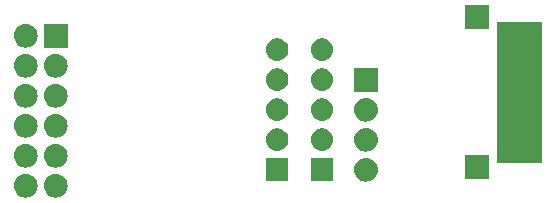
<source format=gbs>
G04 #@! TF.GenerationSoftware,KiCad,Pcbnew,(5.1.4)-1*
G04 #@! TF.CreationDate,2020-03-17T17:23:08+00:00*
G04 #@! TF.ProjectId,buffer,62756666-6572-42e6-9b69-6361645f7063,rev?*
G04 #@! TF.SameCoordinates,Original*
G04 #@! TF.FileFunction,Soldermask,Bot*
G04 #@! TF.FilePolarity,Negative*
%FSLAX46Y46*%
G04 Gerber Fmt 4.6, Leading zero omitted, Abs format (unit mm)*
G04 Created by KiCad (PCBNEW (5.1.4)-1) date 2020-03-17 17:23:08*
%MOMM*%
%LPD*%
G04 APERTURE LIST*
%ADD10C,0.100000*%
G04 APERTURE END LIST*
D10*
G36*
X40549836Y-46090830D02*
G01*
X40738332Y-46148009D01*
X40912058Y-46240868D01*
X41064328Y-46365832D01*
X41189292Y-46518102D01*
X41282151Y-46691828D01*
X41339330Y-46880324D01*
X41358638Y-47076360D01*
X41339330Y-47272396D01*
X41282151Y-47460892D01*
X41189292Y-47634618D01*
X41064328Y-47786888D01*
X40912058Y-47911852D01*
X40738332Y-48004711D01*
X40549836Y-48061890D01*
X40402920Y-48076360D01*
X40304680Y-48076360D01*
X40157764Y-48061890D01*
X39969268Y-48004711D01*
X39795542Y-47911852D01*
X39643272Y-47786888D01*
X39518308Y-47634618D01*
X39425449Y-47460892D01*
X39368270Y-47272396D01*
X39348962Y-47076360D01*
X39368270Y-46880324D01*
X39425449Y-46691828D01*
X39518308Y-46518102D01*
X39643272Y-46365832D01*
X39795542Y-46240868D01*
X39969268Y-46148009D01*
X40157764Y-46090830D01*
X40304680Y-46076360D01*
X40402920Y-46076360D01*
X40549836Y-46090830D01*
X40549836Y-46090830D01*
G37*
G36*
X38009836Y-46090830D02*
G01*
X38198332Y-46148009D01*
X38372058Y-46240868D01*
X38524328Y-46365832D01*
X38649292Y-46518102D01*
X38742151Y-46691828D01*
X38799330Y-46880324D01*
X38818638Y-47076360D01*
X38799330Y-47272396D01*
X38742151Y-47460892D01*
X38649292Y-47634618D01*
X38524328Y-47786888D01*
X38372058Y-47911852D01*
X38198332Y-48004711D01*
X38009836Y-48061890D01*
X37862920Y-48076360D01*
X37764680Y-48076360D01*
X37617764Y-48061890D01*
X37429268Y-48004711D01*
X37255542Y-47911852D01*
X37103272Y-47786888D01*
X36978308Y-47634618D01*
X36885449Y-47460892D01*
X36828270Y-47272396D01*
X36808962Y-47076360D01*
X36828270Y-46880324D01*
X36885449Y-46691828D01*
X36978308Y-46518102D01*
X37103272Y-46365832D01*
X37255542Y-46240868D01*
X37429268Y-46148009D01*
X37617764Y-46090830D01*
X37764680Y-46076360D01*
X37862920Y-46076360D01*
X38009836Y-46090830D01*
X38009836Y-46090830D01*
G37*
G36*
X66813436Y-44744630D02*
G01*
X67001932Y-44801809D01*
X67175658Y-44894668D01*
X67327928Y-45019632D01*
X67452892Y-45171902D01*
X67545751Y-45345628D01*
X67602930Y-45534124D01*
X67622238Y-45730160D01*
X67602930Y-45926196D01*
X67545751Y-46114692D01*
X67452892Y-46288418D01*
X67327928Y-46440688D01*
X67175658Y-46565652D01*
X67001932Y-46658511D01*
X66813436Y-46715690D01*
X66666520Y-46730160D01*
X66568280Y-46730160D01*
X66421364Y-46715690D01*
X66232868Y-46658511D01*
X66059142Y-46565652D01*
X65906872Y-46440688D01*
X65781908Y-46288418D01*
X65689049Y-46114692D01*
X65631870Y-45926196D01*
X65612562Y-45730160D01*
X65631870Y-45534124D01*
X65689049Y-45345628D01*
X65781908Y-45171902D01*
X65906872Y-45019632D01*
X66059142Y-44894668D01*
X66232868Y-44801809D01*
X66421364Y-44744630D01*
X66568280Y-44730160D01*
X66666520Y-44730160D01*
X66813436Y-44744630D01*
X66813436Y-44744630D01*
G37*
G36*
X63852000Y-46650960D02*
G01*
X61952000Y-46650960D01*
X61952000Y-44750960D01*
X63852000Y-44750960D01*
X63852000Y-46650960D01*
X63852000Y-46650960D01*
G37*
G36*
X60052000Y-46650960D02*
G01*
X58152000Y-46650960D01*
X58152000Y-44750960D01*
X60052000Y-44750960D01*
X60052000Y-46650960D01*
X60052000Y-46650960D01*
G37*
G36*
X77033180Y-46504100D02*
G01*
X75033180Y-46504100D01*
X75033180Y-44504100D01*
X77033180Y-44504100D01*
X77033180Y-46504100D01*
X77033180Y-46504100D01*
G37*
G36*
X38009836Y-43550830D02*
G01*
X38198332Y-43608009D01*
X38372058Y-43700868D01*
X38524328Y-43825832D01*
X38649292Y-43978102D01*
X38742151Y-44151828D01*
X38799330Y-44340324D01*
X38818638Y-44536360D01*
X38799330Y-44732396D01*
X38742151Y-44920892D01*
X38649292Y-45094618D01*
X38524328Y-45246888D01*
X38372058Y-45371852D01*
X38198332Y-45464711D01*
X38009836Y-45521890D01*
X37862920Y-45536360D01*
X37764680Y-45536360D01*
X37617764Y-45521890D01*
X37429268Y-45464711D01*
X37255542Y-45371852D01*
X37103272Y-45246888D01*
X36978308Y-45094618D01*
X36885449Y-44920892D01*
X36828270Y-44732396D01*
X36808962Y-44536360D01*
X36828270Y-44340324D01*
X36885449Y-44151828D01*
X36978308Y-43978102D01*
X37103272Y-43825832D01*
X37255542Y-43700868D01*
X37429268Y-43608009D01*
X37617764Y-43550830D01*
X37764680Y-43536360D01*
X37862920Y-43536360D01*
X38009836Y-43550830D01*
X38009836Y-43550830D01*
G37*
G36*
X40549836Y-43550830D02*
G01*
X40738332Y-43608009D01*
X40912058Y-43700868D01*
X41064328Y-43825832D01*
X41189292Y-43978102D01*
X41282151Y-44151828D01*
X41339330Y-44340324D01*
X41358638Y-44536360D01*
X41339330Y-44732396D01*
X41282151Y-44920892D01*
X41189292Y-45094618D01*
X41064328Y-45246888D01*
X40912058Y-45371852D01*
X40738332Y-45464711D01*
X40549836Y-45521890D01*
X40402920Y-45536360D01*
X40304680Y-45536360D01*
X40157764Y-45521890D01*
X39969268Y-45464711D01*
X39795542Y-45371852D01*
X39643272Y-45246888D01*
X39518308Y-45094618D01*
X39425449Y-44920892D01*
X39368270Y-44732396D01*
X39348962Y-44536360D01*
X39368270Y-44340324D01*
X39425449Y-44151828D01*
X39518308Y-43978102D01*
X39643272Y-43825832D01*
X39795542Y-43700868D01*
X39969268Y-43608009D01*
X40157764Y-43550830D01*
X40304680Y-43536360D01*
X40402920Y-43536360D01*
X40549836Y-43550830D01*
X40549836Y-43550830D01*
G37*
G36*
X81502000Y-45180960D02*
G01*
X77702000Y-45180960D01*
X77702000Y-33220960D01*
X81502000Y-33220960D01*
X81502000Y-45180960D01*
X81502000Y-45180960D01*
G37*
G36*
X66813436Y-42204630D02*
G01*
X67001932Y-42261809D01*
X67175658Y-42354668D01*
X67327928Y-42479632D01*
X67452892Y-42631902D01*
X67545751Y-42805628D01*
X67602930Y-42994124D01*
X67622238Y-43190160D01*
X67602930Y-43386196D01*
X67545751Y-43574692D01*
X67452892Y-43748418D01*
X67327928Y-43900688D01*
X67175658Y-44025652D01*
X67001932Y-44118511D01*
X66813436Y-44175690D01*
X66666520Y-44190160D01*
X66568280Y-44190160D01*
X66421364Y-44175690D01*
X66232868Y-44118511D01*
X66059142Y-44025652D01*
X65906872Y-43900688D01*
X65781908Y-43748418D01*
X65689049Y-43574692D01*
X65631870Y-43386196D01*
X65612562Y-43190160D01*
X65631870Y-42994124D01*
X65689049Y-42805628D01*
X65781908Y-42631902D01*
X65906872Y-42479632D01*
X66059142Y-42354668D01*
X66232868Y-42261809D01*
X66421364Y-42204630D01*
X66568280Y-42190160D01*
X66666520Y-42190160D01*
X66813436Y-42204630D01*
X66813436Y-42204630D01*
G37*
G36*
X63088233Y-42224706D02*
G01*
X63177770Y-42251867D01*
X63267308Y-42279028D01*
X63432345Y-42367242D01*
X63577001Y-42485959D01*
X63695718Y-42630615D01*
X63783932Y-42795652D01*
X63838254Y-42974728D01*
X63856596Y-43160960D01*
X63838254Y-43347192D01*
X63783932Y-43526268D01*
X63695718Y-43691305D01*
X63577001Y-43835961D01*
X63432345Y-43954678D01*
X63267308Y-44042892D01*
X63177770Y-44070053D01*
X63088233Y-44097214D01*
X62948665Y-44110960D01*
X62855335Y-44110960D01*
X62715767Y-44097214D01*
X62626230Y-44070053D01*
X62536692Y-44042892D01*
X62371655Y-43954678D01*
X62226999Y-43835961D01*
X62108282Y-43691305D01*
X62020068Y-43526268D01*
X61965746Y-43347192D01*
X61947404Y-43160960D01*
X61965746Y-42974728D01*
X62020068Y-42795652D01*
X62108282Y-42630615D01*
X62226999Y-42485959D01*
X62371655Y-42367242D01*
X62536692Y-42279028D01*
X62626230Y-42251867D01*
X62715767Y-42224706D01*
X62855335Y-42210960D01*
X62948665Y-42210960D01*
X63088233Y-42224706D01*
X63088233Y-42224706D01*
G37*
G36*
X59288233Y-42224706D02*
G01*
X59377770Y-42251867D01*
X59467308Y-42279028D01*
X59632345Y-42367242D01*
X59777001Y-42485959D01*
X59895718Y-42630615D01*
X59983932Y-42795652D01*
X60038254Y-42974728D01*
X60056596Y-43160960D01*
X60038254Y-43347192D01*
X59983932Y-43526268D01*
X59895718Y-43691305D01*
X59777001Y-43835961D01*
X59632345Y-43954678D01*
X59467308Y-44042892D01*
X59377770Y-44070053D01*
X59288233Y-44097214D01*
X59148665Y-44110960D01*
X59055335Y-44110960D01*
X58915767Y-44097214D01*
X58826230Y-44070053D01*
X58736692Y-44042892D01*
X58571655Y-43954678D01*
X58426999Y-43835961D01*
X58308282Y-43691305D01*
X58220068Y-43526268D01*
X58165746Y-43347192D01*
X58147404Y-43160960D01*
X58165746Y-42974728D01*
X58220068Y-42795652D01*
X58308282Y-42630615D01*
X58426999Y-42485959D01*
X58571655Y-42367242D01*
X58736692Y-42279028D01*
X58826230Y-42251867D01*
X58915767Y-42224706D01*
X59055335Y-42210960D01*
X59148665Y-42210960D01*
X59288233Y-42224706D01*
X59288233Y-42224706D01*
G37*
G36*
X40549836Y-41010830D02*
G01*
X40738332Y-41068009D01*
X40912058Y-41160868D01*
X41064328Y-41285832D01*
X41189292Y-41438102D01*
X41282151Y-41611828D01*
X41339330Y-41800324D01*
X41358638Y-41996360D01*
X41339330Y-42192396D01*
X41282151Y-42380892D01*
X41189292Y-42554618D01*
X41064328Y-42706888D01*
X40912058Y-42831852D01*
X40738332Y-42924711D01*
X40549836Y-42981890D01*
X40402920Y-42996360D01*
X40304680Y-42996360D01*
X40157764Y-42981890D01*
X39969268Y-42924711D01*
X39795542Y-42831852D01*
X39643272Y-42706888D01*
X39518308Y-42554618D01*
X39425449Y-42380892D01*
X39368270Y-42192396D01*
X39348962Y-41996360D01*
X39368270Y-41800324D01*
X39425449Y-41611828D01*
X39518308Y-41438102D01*
X39643272Y-41285832D01*
X39795542Y-41160868D01*
X39969268Y-41068009D01*
X40157764Y-41010830D01*
X40304680Y-40996360D01*
X40402920Y-40996360D01*
X40549836Y-41010830D01*
X40549836Y-41010830D01*
G37*
G36*
X38009836Y-41010830D02*
G01*
X38198332Y-41068009D01*
X38372058Y-41160868D01*
X38524328Y-41285832D01*
X38649292Y-41438102D01*
X38742151Y-41611828D01*
X38799330Y-41800324D01*
X38818638Y-41996360D01*
X38799330Y-42192396D01*
X38742151Y-42380892D01*
X38649292Y-42554618D01*
X38524328Y-42706888D01*
X38372058Y-42831852D01*
X38198332Y-42924711D01*
X38009836Y-42981890D01*
X37862920Y-42996360D01*
X37764680Y-42996360D01*
X37617764Y-42981890D01*
X37429268Y-42924711D01*
X37255542Y-42831852D01*
X37103272Y-42706888D01*
X36978308Y-42554618D01*
X36885449Y-42380892D01*
X36828270Y-42192396D01*
X36808962Y-41996360D01*
X36828270Y-41800324D01*
X36885449Y-41611828D01*
X36978308Y-41438102D01*
X37103272Y-41285832D01*
X37255542Y-41160868D01*
X37429268Y-41068009D01*
X37617764Y-41010830D01*
X37764680Y-40996360D01*
X37862920Y-40996360D01*
X38009836Y-41010830D01*
X38009836Y-41010830D01*
G37*
G36*
X66813436Y-39664630D02*
G01*
X67001932Y-39721809D01*
X67175658Y-39814668D01*
X67327928Y-39939632D01*
X67452892Y-40091902D01*
X67545751Y-40265628D01*
X67602930Y-40454124D01*
X67622238Y-40650160D01*
X67602930Y-40846196D01*
X67545751Y-41034692D01*
X67452892Y-41208418D01*
X67327928Y-41360688D01*
X67175658Y-41485652D01*
X67001932Y-41578511D01*
X66813436Y-41635690D01*
X66666520Y-41650160D01*
X66568280Y-41650160D01*
X66421364Y-41635690D01*
X66232868Y-41578511D01*
X66059142Y-41485652D01*
X65906872Y-41360688D01*
X65781908Y-41208418D01*
X65689049Y-41034692D01*
X65631870Y-40846196D01*
X65612562Y-40650160D01*
X65631870Y-40454124D01*
X65689049Y-40265628D01*
X65781908Y-40091902D01*
X65906872Y-39939632D01*
X66059142Y-39814668D01*
X66232868Y-39721809D01*
X66421364Y-39664630D01*
X66568280Y-39650160D01*
X66666520Y-39650160D01*
X66813436Y-39664630D01*
X66813436Y-39664630D01*
G37*
G36*
X63088233Y-39684706D02*
G01*
X63177770Y-39711867D01*
X63267308Y-39739028D01*
X63432345Y-39827242D01*
X63577001Y-39945959D01*
X63695718Y-40090615D01*
X63783932Y-40255652D01*
X63838254Y-40434728D01*
X63856596Y-40620960D01*
X63838254Y-40807192D01*
X63783932Y-40986268D01*
X63695718Y-41151305D01*
X63577001Y-41295961D01*
X63432345Y-41414678D01*
X63267308Y-41502892D01*
X63177770Y-41530053D01*
X63088233Y-41557214D01*
X62948665Y-41570960D01*
X62855335Y-41570960D01*
X62715767Y-41557214D01*
X62626230Y-41530053D01*
X62536692Y-41502892D01*
X62371655Y-41414678D01*
X62226999Y-41295961D01*
X62108282Y-41151305D01*
X62020068Y-40986268D01*
X61965746Y-40807192D01*
X61947404Y-40620960D01*
X61965746Y-40434728D01*
X62020068Y-40255652D01*
X62108282Y-40090615D01*
X62226999Y-39945959D01*
X62371655Y-39827242D01*
X62536692Y-39739028D01*
X62626230Y-39711867D01*
X62715767Y-39684706D01*
X62855335Y-39670960D01*
X62948665Y-39670960D01*
X63088233Y-39684706D01*
X63088233Y-39684706D01*
G37*
G36*
X59288233Y-39684706D02*
G01*
X59377770Y-39711867D01*
X59467308Y-39739028D01*
X59632345Y-39827242D01*
X59777001Y-39945959D01*
X59895718Y-40090615D01*
X59983932Y-40255652D01*
X60038254Y-40434728D01*
X60056596Y-40620960D01*
X60038254Y-40807192D01*
X59983932Y-40986268D01*
X59895718Y-41151305D01*
X59777001Y-41295961D01*
X59632345Y-41414678D01*
X59467308Y-41502892D01*
X59377770Y-41530053D01*
X59288233Y-41557214D01*
X59148665Y-41570960D01*
X59055335Y-41570960D01*
X58915767Y-41557214D01*
X58826230Y-41530053D01*
X58736692Y-41502892D01*
X58571655Y-41414678D01*
X58426999Y-41295961D01*
X58308282Y-41151305D01*
X58220068Y-40986268D01*
X58165746Y-40807192D01*
X58147404Y-40620960D01*
X58165746Y-40434728D01*
X58220068Y-40255652D01*
X58308282Y-40090615D01*
X58426999Y-39945959D01*
X58571655Y-39827242D01*
X58736692Y-39739028D01*
X58826230Y-39711867D01*
X58915767Y-39684706D01*
X59055335Y-39670960D01*
X59148665Y-39670960D01*
X59288233Y-39684706D01*
X59288233Y-39684706D01*
G37*
G36*
X40549836Y-38470830D02*
G01*
X40738332Y-38528009D01*
X40912058Y-38620868D01*
X41064328Y-38745832D01*
X41189292Y-38898102D01*
X41282151Y-39071828D01*
X41339330Y-39260324D01*
X41358638Y-39456360D01*
X41339330Y-39652396D01*
X41282151Y-39840892D01*
X41189292Y-40014618D01*
X41064328Y-40166888D01*
X40912058Y-40291852D01*
X40738332Y-40384711D01*
X40549836Y-40441890D01*
X40402920Y-40456360D01*
X40304680Y-40456360D01*
X40157764Y-40441890D01*
X39969268Y-40384711D01*
X39795542Y-40291852D01*
X39643272Y-40166888D01*
X39518308Y-40014618D01*
X39425449Y-39840892D01*
X39368270Y-39652396D01*
X39348962Y-39456360D01*
X39368270Y-39260324D01*
X39425449Y-39071828D01*
X39518308Y-38898102D01*
X39643272Y-38745832D01*
X39795542Y-38620868D01*
X39969268Y-38528009D01*
X40157764Y-38470830D01*
X40304680Y-38456360D01*
X40402920Y-38456360D01*
X40549836Y-38470830D01*
X40549836Y-38470830D01*
G37*
G36*
X38009836Y-38470830D02*
G01*
X38198332Y-38528009D01*
X38372058Y-38620868D01*
X38524328Y-38745832D01*
X38649292Y-38898102D01*
X38742151Y-39071828D01*
X38799330Y-39260324D01*
X38818638Y-39456360D01*
X38799330Y-39652396D01*
X38742151Y-39840892D01*
X38649292Y-40014618D01*
X38524328Y-40166888D01*
X38372058Y-40291852D01*
X38198332Y-40384711D01*
X38009836Y-40441890D01*
X37862920Y-40456360D01*
X37764680Y-40456360D01*
X37617764Y-40441890D01*
X37429268Y-40384711D01*
X37255542Y-40291852D01*
X37103272Y-40166888D01*
X36978308Y-40014618D01*
X36885449Y-39840892D01*
X36828270Y-39652396D01*
X36808962Y-39456360D01*
X36828270Y-39260324D01*
X36885449Y-39071828D01*
X36978308Y-38898102D01*
X37103272Y-38745832D01*
X37255542Y-38620868D01*
X37429268Y-38528009D01*
X37617764Y-38470830D01*
X37764680Y-38456360D01*
X37862920Y-38456360D01*
X38009836Y-38470830D01*
X38009836Y-38470830D01*
G37*
G36*
X67617400Y-39110160D02*
G01*
X65617400Y-39110160D01*
X65617400Y-37110160D01*
X67617400Y-37110160D01*
X67617400Y-39110160D01*
X67617400Y-39110160D01*
G37*
G36*
X59288233Y-37144706D02*
G01*
X59377770Y-37171867D01*
X59467308Y-37199028D01*
X59632345Y-37287242D01*
X59777001Y-37405959D01*
X59895718Y-37550615D01*
X59983932Y-37715652D01*
X60038254Y-37894728D01*
X60056596Y-38080960D01*
X60038254Y-38267192D01*
X59983932Y-38446268D01*
X59895718Y-38611305D01*
X59777001Y-38755961D01*
X59632345Y-38874678D01*
X59467308Y-38962892D01*
X59377770Y-38990053D01*
X59288233Y-39017214D01*
X59148665Y-39030960D01*
X59055335Y-39030960D01*
X58915767Y-39017214D01*
X58826230Y-38990053D01*
X58736692Y-38962892D01*
X58571655Y-38874678D01*
X58426999Y-38755961D01*
X58308282Y-38611305D01*
X58220068Y-38446268D01*
X58165746Y-38267192D01*
X58147404Y-38080960D01*
X58165746Y-37894728D01*
X58220068Y-37715652D01*
X58308282Y-37550615D01*
X58426999Y-37405959D01*
X58571655Y-37287242D01*
X58736692Y-37199028D01*
X58826230Y-37171867D01*
X58915767Y-37144706D01*
X59055335Y-37130960D01*
X59148665Y-37130960D01*
X59288233Y-37144706D01*
X59288233Y-37144706D01*
G37*
G36*
X63088233Y-37144706D02*
G01*
X63177770Y-37171867D01*
X63267308Y-37199028D01*
X63432345Y-37287242D01*
X63577001Y-37405959D01*
X63695718Y-37550615D01*
X63783932Y-37715652D01*
X63838254Y-37894728D01*
X63856596Y-38080960D01*
X63838254Y-38267192D01*
X63783932Y-38446268D01*
X63695718Y-38611305D01*
X63577001Y-38755961D01*
X63432345Y-38874678D01*
X63267308Y-38962892D01*
X63177770Y-38990053D01*
X63088233Y-39017214D01*
X62948665Y-39030960D01*
X62855335Y-39030960D01*
X62715767Y-39017214D01*
X62626230Y-38990053D01*
X62536692Y-38962892D01*
X62371655Y-38874678D01*
X62226999Y-38755961D01*
X62108282Y-38611305D01*
X62020068Y-38446268D01*
X61965746Y-38267192D01*
X61947404Y-38080960D01*
X61965746Y-37894728D01*
X62020068Y-37715652D01*
X62108282Y-37550615D01*
X62226999Y-37405959D01*
X62371655Y-37287242D01*
X62536692Y-37199028D01*
X62626230Y-37171867D01*
X62715767Y-37144706D01*
X62855335Y-37130960D01*
X62948665Y-37130960D01*
X63088233Y-37144706D01*
X63088233Y-37144706D01*
G37*
G36*
X40549836Y-35930830D02*
G01*
X40738332Y-35988009D01*
X40912058Y-36080868D01*
X41064328Y-36205832D01*
X41189292Y-36358102D01*
X41282151Y-36531828D01*
X41339330Y-36720324D01*
X41358638Y-36916360D01*
X41339330Y-37112396D01*
X41282151Y-37300892D01*
X41189292Y-37474618D01*
X41064328Y-37626888D01*
X40912058Y-37751852D01*
X40738332Y-37844711D01*
X40549836Y-37901890D01*
X40402920Y-37916360D01*
X40304680Y-37916360D01*
X40157764Y-37901890D01*
X39969268Y-37844711D01*
X39795542Y-37751852D01*
X39643272Y-37626888D01*
X39518308Y-37474618D01*
X39425449Y-37300892D01*
X39368270Y-37112396D01*
X39348962Y-36916360D01*
X39368270Y-36720324D01*
X39425449Y-36531828D01*
X39518308Y-36358102D01*
X39643272Y-36205832D01*
X39795542Y-36080868D01*
X39969268Y-35988009D01*
X40157764Y-35930830D01*
X40304680Y-35916360D01*
X40402920Y-35916360D01*
X40549836Y-35930830D01*
X40549836Y-35930830D01*
G37*
G36*
X38009836Y-35930830D02*
G01*
X38198332Y-35988009D01*
X38372058Y-36080868D01*
X38524328Y-36205832D01*
X38649292Y-36358102D01*
X38742151Y-36531828D01*
X38799330Y-36720324D01*
X38818638Y-36916360D01*
X38799330Y-37112396D01*
X38742151Y-37300892D01*
X38649292Y-37474618D01*
X38524328Y-37626888D01*
X38372058Y-37751852D01*
X38198332Y-37844711D01*
X38009836Y-37901890D01*
X37862920Y-37916360D01*
X37764680Y-37916360D01*
X37617764Y-37901890D01*
X37429268Y-37844711D01*
X37255542Y-37751852D01*
X37103272Y-37626888D01*
X36978308Y-37474618D01*
X36885449Y-37300892D01*
X36828270Y-37112396D01*
X36808962Y-36916360D01*
X36828270Y-36720324D01*
X36885449Y-36531828D01*
X36978308Y-36358102D01*
X37103272Y-36205832D01*
X37255542Y-36080868D01*
X37429268Y-35988009D01*
X37617764Y-35930830D01*
X37764680Y-35916360D01*
X37862920Y-35916360D01*
X38009836Y-35930830D01*
X38009836Y-35930830D01*
G37*
G36*
X59288233Y-34604706D02*
G01*
X59377770Y-34631867D01*
X59467308Y-34659028D01*
X59632345Y-34747242D01*
X59777001Y-34865959D01*
X59895718Y-35010615D01*
X59983932Y-35175652D01*
X60038254Y-35354728D01*
X60056596Y-35540960D01*
X60038254Y-35727192D01*
X59983932Y-35906268D01*
X59895718Y-36071305D01*
X59777001Y-36215961D01*
X59632345Y-36334678D01*
X59467308Y-36422892D01*
X59377770Y-36450053D01*
X59288233Y-36477214D01*
X59148665Y-36490960D01*
X59055335Y-36490960D01*
X58915767Y-36477214D01*
X58826230Y-36450053D01*
X58736692Y-36422892D01*
X58571655Y-36334678D01*
X58426999Y-36215961D01*
X58308282Y-36071305D01*
X58220068Y-35906268D01*
X58165746Y-35727192D01*
X58147404Y-35540960D01*
X58165746Y-35354728D01*
X58220068Y-35175652D01*
X58308282Y-35010615D01*
X58426999Y-34865959D01*
X58571655Y-34747242D01*
X58736692Y-34659028D01*
X58826230Y-34631867D01*
X58915767Y-34604706D01*
X59055335Y-34590960D01*
X59148665Y-34590960D01*
X59288233Y-34604706D01*
X59288233Y-34604706D01*
G37*
G36*
X63088233Y-34604706D02*
G01*
X63177770Y-34631867D01*
X63267308Y-34659028D01*
X63432345Y-34747242D01*
X63577001Y-34865959D01*
X63695718Y-35010615D01*
X63783932Y-35175652D01*
X63838254Y-35354728D01*
X63856596Y-35540960D01*
X63838254Y-35727192D01*
X63783932Y-35906268D01*
X63695718Y-36071305D01*
X63577001Y-36215961D01*
X63432345Y-36334678D01*
X63267308Y-36422892D01*
X63177770Y-36450053D01*
X63088233Y-36477214D01*
X62948665Y-36490960D01*
X62855335Y-36490960D01*
X62715767Y-36477214D01*
X62626230Y-36450053D01*
X62536692Y-36422892D01*
X62371655Y-36334678D01*
X62226999Y-36215961D01*
X62108282Y-36071305D01*
X62020068Y-35906268D01*
X61965746Y-35727192D01*
X61947404Y-35540960D01*
X61965746Y-35354728D01*
X62020068Y-35175652D01*
X62108282Y-35010615D01*
X62226999Y-34865959D01*
X62371655Y-34747242D01*
X62536692Y-34659028D01*
X62626230Y-34631867D01*
X62715767Y-34604706D01*
X62855335Y-34590960D01*
X62948665Y-34590960D01*
X63088233Y-34604706D01*
X63088233Y-34604706D01*
G37*
G36*
X38009836Y-33390830D02*
G01*
X38198332Y-33448009D01*
X38372058Y-33540868D01*
X38524328Y-33665832D01*
X38649292Y-33818102D01*
X38742151Y-33991828D01*
X38799330Y-34180324D01*
X38818638Y-34376360D01*
X38799330Y-34572396D01*
X38742151Y-34760892D01*
X38649292Y-34934618D01*
X38524328Y-35086888D01*
X38372058Y-35211852D01*
X38198332Y-35304711D01*
X38009836Y-35361890D01*
X37862920Y-35376360D01*
X37764680Y-35376360D01*
X37617764Y-35361890D01*
X37429268Y-35304711D01*
X37255542Y-35211852D01*
X37103272Y-35086888D01*
X36978308Y-34934618D01*
X36885449Y-34760892D01*
X36828270Y-34572396D01*
X36808962Y-34376360D01*
X36828270Y-34180324D01*
X36885449Y-33991828D01*
X36978308Y-33818102D01*
X37103272Y-33665832D01*
X37255542Y-33540868D01*
X37429268Y-33448009D01*
X37617764Y-33390830D01*
X37764680Y-33376360D01*
X37862920Y-33376360D01*
X38009836Y-33390830D01*
X38009836Y-33390830D01*
G37*
G36*
X41353800Y-35376360D02*
G01*
X39353800Y-35376360D01*
X39353800Y-33376360D01*
X41353800Y-33376360D01*
X41353800Y-35376360D01*
X41353800Y-35376360D01*
G37*
G36*
X77040800Y-33801560D02*
G01*
X75040800Y-33801560D01*
X75040800Y-31801560D01*
X77040800Y-31801560D01*
X77040800Y-33801560D01*
X77040800Y-33801560D01*
G37*
M02*

</source>
